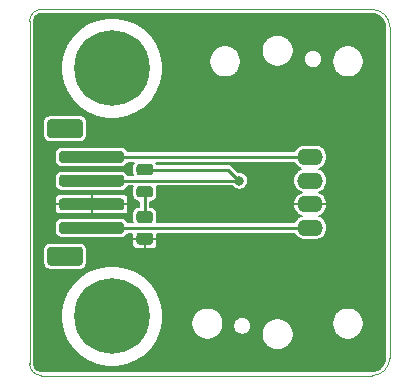
<source format=gbr>
G04 #@! TF.GenerationSoftware,KiCad,Pcbnew,5.1.9*
G04 #@! TF.CreationDate,2021-01-10T02:38:05+01:00*
G04 #@! TF.ProjectId,pressureSensorHolder,70726573-7375-4726-9553-656e736f7248,rev?*
G04 #@! TF.SameCoordinates,PX4dab598PY46b8d58*
G04 #@! TF.FileFunction,Copper,L2,Bot*
G04 #@! TF.FilePolarity,Positive*
%FSLAX46Y46*%
G04 Gerber Fmt 4.6, Leading zero omitted, Abs format (unit mm)*
G04 Created by KiCad (PCBNEW 5.1.9) date 2021-01-10 02:38:05*
%MOMM*%
%LPD*%
G01*
G04 APERTURE LIST*
G04 #@! TA.AperFunction,Profile*
%ADD10C,0.050000*%
G04 #@! TD*
G04 #@! TA.AperFunction,ComponentPad*
%ADD11O,2.200000X1.400000*%
G04 #@! TD*
G04 #@! TA.AperFunction,ComponentPad*
%ADD12C,0.800000*%
G04 #@! TD*
G04 #@! TA.AperFunction,ComponentPad*
%ADD13C,6.400000*%
G04 #@! TD*
G04 #@! TA.AperFunction,ViaPad*
%ADD14C,0.800000*%
G04 #@! TD*
G04 #@! TA.AperFunction,Conductor*
%ADD15C,0.254000*%
G04 #@! TD*
G04 #@! TA.AperFunction,Conductor*
%ADD16C,0.200000*%
G04 #@! TD*
G04 #@! TA.AperFunction,Conductor*
%ADD17C,0.100000*%
G04 #@! TD*
G04 APERTURE END LIST*
D10*
X47500000Y-25000000D02*
G75*
G02*
X46500000Y-24000000I0J1000000D01*
G01*
X46500000Y5000000D02*
G75*
G02*
X47500000Y6000000I1000000J0D01*
G01*
X77000000Y-23500000D02*
G75*
G02*
X75500000Y-25000000I-1500000J0D01*
G01*
X75500000Y6000000D02*
G75*
G02*
X77000000Y4500000I0J-1500000D01*
G01*
X77000000Y-23500000D02*
X77000000Y4500000D01*
X47500000Y-25000000D02*
X75500000Y-25000000D01*
X46500000Y5000000D02*
X46500000Y-24000000D01*
X75500000Y6000000D02*
X47500000Y6000000D01*
G04 #@! TA.AperFunction,SMDPad,CuDef*
G36*
G01*
X55799999Y-12900000D02*
X56700001Y-12900000D01*
G75*
G02*
X56950000Y-13149999I0J-249999D01*
G01*
X56950000Y-13675001D01*
G75*
G02*
X56700001Y-13925000I-249999J0D01*
G01*
X55799999Y-13925000D01*
G75*
G02*
X55550000Y-13675001I0J249999D01*
G01*
X55550000Y-13149999D01*
G75*
G02*
X55799999Y-12900000I249999J0D01*
G01*
G37*
G04 #@! TD.AperFunction*
G04 #@! TA.AperFunction,SMDPad,CuDef*
G36*
G01*
X55799999Y-11075000D02*
X56700001Y-11075000D01*
G75*
G02*
X56950000Y-11324999I0J-249999D01*
G01*
X56950000Y-11850001D01*
G75*
G02*
X56700001Y-12100000I-249999J0D01*
G01*
X55799999Y-12100000D01*
G75*
G02*
X55550000Y-11850001I0J249999D01*
G01*
X55550000Y-11324999D01*
G75*
G02*
X55799999Y-11075000I249999J0D01*
G01*
G37*
G04 #@! TD.AperFunction*
G04 #@! TA.AperFunction,SMDPad,CuDef*
G36*
G01*
X56706250Y-8050000D02*
X55793750Y-8050000D01*
G75*
G02*
X55550000Y-7806250I0J243750D01*
G01*
X55550000Y-7318750D01*
G75*
G02*
X55793750Y-7075000I243750J0D01*
G01*
X56706250Y-7075000D01*
G75*
G02*
X56950000Y-7318750I0J-243750D01*
G01*
X56950000Y-7806250D01*
G75*
G02*
X56706250Y-8050000I-243750J0D01*
G01*
G37*
G04 #@! TD.AperFunction*
G04 #@! TA.AperFunction,SMDPad,CuDef*
G36*
G01*
X56706250Y-9925000D02*
X55793750Y-9925000D01*
G75*
G02*
X55550000Y-9681250I0J243750D01*
G01*
X55550000Y-9193750D01*
G75*
G02*
X55793750Y-8950000I243750J0D01*
G01*
X56706250Y-8950000D01*
G75*
G02*
X56950000Y-9193750I0J-243750D01*
G01*
X56950000Y-9681250D01*
G75*
G02*
X56706250Y-9925000I-243750J0D01*
G01*
G37*
G04 #@! TD.AperFunction*
D11*
X70250000Y-6500000D03*
X70250000Y-8500000D03*
X70250000Y-10500000D03*
X70250000Y-12500000D03*
D12*
X55197056Y-18302944D03*
X53500000Y-17600000D03*
X51802944Y-18302944D03*
X51100000Y-20000000D03*
X51802944Y-21697056D03*
X53500000Y-22400000D03*
X55197056Y-21697056D03*
X55900000Y-20000000D03*
D13*
X53500000Y-20000000D03*
D12*
X55197056Y2697056D03*
X53500000Y3400000D03*
X51802944Y2697056D03*
X51100000Y1000000D03*
X51802944Y-697056D03*
X53500000Y-1400000D03*
X55197056Y-697056D03*
X55900000Y1000000D03*
D13*
X53500000Y1000000D03*
G04 #@! TA.AperFunction,SMDPad,CuDef*
G36*
G01*
X49250000Y-6000000D02*
X54250000Y-6000000D01*
G75*
G02*
X54500000Y-6250000I0J-250000D01*
G01*
X54500000Y-6750000D01*
G75*
G02*
X54250000Y-7000000I-250000J0D01*
G01*
X49250000Y-7000000D01*
G75*
G02*
X49000000Y-6750000I0J250000D01*
G01*
X49000000Y-6250000D01*
G75*
G02*
X49250000Y-6000000I250000J0D01*
G01*
G37*
G04 #@! TD.AperFunction*
G04 #@! TA.AperFunction,SMDPad,CuDef*
G36*
G01*
X49250000Y-8000000D02*
X54250000Y-8000000D01*
G75*
G02*
X54500000Y-8250000I0J-250000D01*
G01*
X54500000Y-8750000D01*
G75*
G02*
X54250000Y-9000000I-250000J0D01*
G01*
X49250000Y-9000000D01*
G75*
G02*
X49000000Y-8750000I0J250000D01*
G01*
X49000000Y-8250000D01*
G75*
G02*
X49250000Y-8000000I250000J0D01*
G01*
G37*
G04 #@! TD.AperFunction*
G04 #@! TA.AperFunction,SMDPad,CuDef*
G36*
G01*
X49250000Y-10000000D02*
X54250000Y-10000000D01*
G75*
G02*
X54500000Y-10250000I0J-250000D01*
G01*
X54500000Y-10750000D01*
G75*
G02*
X54250000Y-11000000I-250000J0D01*
G01*
X49250000Y-11000000D01*
G75*
G02*
X49000000Y-10750000I0J250000D01*
G01*
X49000000Y-10250000D01*
G75*
G02*
X49250000Y-10000000I250000J0D01*
G01*
G37*
G04 #@! TD.AperFunction*
G04 #@! TA.AperFunction,SMDPad,CuDef*
G36*
G01*
X49250000Y-12000000D02*
X54250000Y-12000000D01*
G75*
G02*
X54500000Y-12250000I0J-250000D01*
G01*
X54500000Y-12750000D01*
G75*
G02*
X54250000Y-13000000I-250000J0D01*
G01*
X49250000Y-13000000D01*
G75*
G02*
X49000000Y-12750000I0J250000D01*
G01*
X49000000Y-12250000D01*
G75*
G02*
X49250000Y-12000000I250000J0D01*
G01*
G37*
G04 #@! TD.AperFunction*
G04 #@! TA.AperFunction,SMDPad,CuDef*
G36*
G01*
X48250000Y-3300000D02*
X50750000Y-3300000D01*
G75*
G02*
X51000000Y-3550000I0J-250000D01*
G01*
X51000000Y-4650000D01*
G75*
G02*
X50750000Y-4900000I-250000J0D01*
G01*
X48250000Y-4900000D01*
G75*
G02*
X48000000Y-4650000I0J250000D01*
G01*
X48000000Y-3550000D01*
G75*
G02*
X48250000Y-3300000I250000J0D01*
G01*
G37*
G04 #@! TD.AperFunction*
G04 #@! TA.AperFunction,SMDPad,CuDef*
G36*
G01*
X48250000Y-14100000D02*
X50750000Y-14100000D01*
G75*
G02*
X51000000Y-14350000I0J-250000D01*
G01*
X51000000Y-15450000D01*
G75*
G02*
X50750000Y-15700000I-250000J0D01*
G01*
X48250000Y-15700000D01*
G75*
G02*
X48000000Y-15450000I0J250000D01*
G01*
X48000000Y-14350000D01*
G75*
G02*
X48250000Y-14100000I250000J0D01*
G01*
G37*
G04 #@! TD.AperFunction*
D14*
X64250000Y-8500000D03*
D15*
X70250000Y-12500000D02*
X53000000Y-12500000D01*
X70250000Y-6500000D02*
X53000000Y-6500000D01*
X64250000Y-8500000D02*
X53000000Y-8500000D01*
X63312500Y-7562500D02*
X64250000Y-8500000D01*
X56250000Y-7562500D02*
X63312500Y-7562500D01*
X56250000Y-9437500D02*
X56250000Y-11587500D01*
D16*
X75717189Y5596883D02*
X75926103Y5533808D01*
X76118789Y5431355D01*
X76287906Y5293426D01*
X76427011Y5125277D01*
X76530807Y4933312D01*
X76595340Y4724838D01*
X76620001Y4490200D01*
X76620000Y-23481420D01*
X76596883Y-23717188D01*
X76533808Y-23926104D01*
X76431355Y-24118789D01*
X76293426Y-24287906D01*
X76125277Y-24427011D01*
X75933312Y-24530807D01*
X75724838Y-24595340D01*
X75490209Y-24620000D01*
X47518581Y-24620000D01*
X47379929Y-24606405D01*
X47264432Y-24571534D01*
X47157906Y-24514894D01*
X47064410Y-24438641D01*
X46987507Y-24345680D01*
X46930125Y-24239553D01*
X46894448Y-24124300D01*
X46880000Y-23986839D01*
X46880000Y-19576487D01*
X49200000Y-19576487D01*
X49200000Y-20423513D01*
X49365246Y-21254264D01*
X49689389Y-22036814D01*
X50159972Y-22741090D01*
X50758910Y-23340028D01*
X51463186Y-23810611D01*
X52245736Y-24134754D01*
X53076487Y-24300000D01*
X53923513Y-24300000D01*
X54754264Y-24134754D01*
X55536814Y-23810611D01*
X56241090Y-23340028D01*
X56840028Y-22741090D01*
X57310611Y-22036814D01*
X57634754Y-21254264D01*
X57791440Y-20466544D01*
X60195000Y-20466544D01*
X60195000Y-20733456D01*
X60247072Y-20995239D01*
X60349215Y-21241833D01*
X60497503Y-21463762D01*
X60686238Y-21652497D01*
X60908167Y-21800785D01*
X61154761Y-21902928D01*
X61416544Y-21955000D01*
X61683456Y-21955000D01*
X61945239Y-21902928D01*
X62191833Y-21800785D01*
X62413762Y-21652497D01*
X62602497Y-21463762D01*
X62750785Y-21241833D01*
X62852928Y-20995239D01*
X62905000Y-20733456D01*
X62905000Y-20725639D01*
X63745000Y-20725639D01*
X63745000Y-20874361D01*
X63774014Y-21020225D01*
X63830928Y-21157627D01*
X63913553Y-21281284D01*
X64018716Y-21386447D01*
X64142373Y-21469072D01*
X64279775Y-21525986D01*
X64425639Y-21555000D01*
X64574361Y-21555000D01*
X64720225Y-21525986D01*
X64857627Y-21469072D01*
X64981284Y-21386447D01*
X65001187Y-21366544D01*
X66145000Y-21366544D01*
X66145000Y-21633456D01*
X66197072Y-21895239D01*
X66299215Y-22141833D01*
X66447503Y-22363762D01*
X66636238Y-22552497D01*
X66858167Y-22700785D01*
X67104761Y-22802928D01*
X67366544Y-22855000D01*
X67633456Y-22855000D01*
X67895239Y-22802928D01*
X68141833Y-22700785D01*
X68363762Y-22552497D01*
X68552497Y-22363762D01*
X68700785Y-22141833D01*
X68802928Y-21895239D01*
X68855000Y-21633456D01*
X68855000Y-21366544D01*
X68802928Y-21104761D01*
X68700785Y-20858167D01*
X68552497Y-20636238D01*
X68382803Y-20466544D01*
X72095000Y-20466544D01*
X72095000Y-20733456D01*
X72147072Y-20995239D01*
X72249215Y-21241833D01*
X72397503Y-21463762D01*
X72586238Y-21652497D01*
X72808167Y-21800785D01*
X73054761Y-21902928D01*
X73316544Y-21955000D01*
X73583456Y-21955000D01*
X73845239Y-21902928D01*
X74091833Y-21800785D01*
X74313762Y-21652497D01*
X74502497Y-21463762D01*
X74650785Y-21241833D01*
X74752928Y-20995239D01*
X74805000Y-20733456D01*
X74805000Y-20466544D01*
X74752928Y-20204761D01*
X74650785Y-19958167D01*
X74502497Y-19736238D01*
X74313762Y-19547503D01*
X74091833Y-19399215D01*
X73845239Y-19297072D01*
X73583456Y-19245000D01*
X73316544Y-19245000D01*
X73054761Y-19297072D01*
X72808167Y-19399215D01*
X72586238Y-19547503D01*
X72397503Y-19736238D01*
X72249215Y-19958167D01*
X72147072Y-20204761D01*
X72095000Y-20466544D01*
X68382803Y-20466544D01*
X68363762Y-20447503D01*
X68141833Y-20299215D01*
X67895239Y-20197072D01*
X67633456Y-20145000D01*
X67366544Y-20145000D01*
X67104761Y-20197072D01*
X66858167Y-20299215D01*
X66636238Y-20447503D01*
X66447503Y-20636238D01*
X66299215Y-20858167D01*
X66197072Y-21104761D01*
X66145000Y-21366544D01*
X65001187Y-21366544D01*
X65086447Y-21281284D01*
X65169072Y-21157627D01*
X65225986Y-21020225D01*
X65255000Y-20874361D01*
X65255000Y-20725639D01*
X65225986Y-20579775D01*
X65169072Y-20442373D01*
X65086447Y-20318716D01*
X64981284Y-20213553D01*
X64857627Y-20130928D01*
X64720225Y-20074014D01*
X64574361Y-20045000D01*
X64425639Y-20045000D01*
X64279775Y-20074014D01*
X64142373Y-20130928D01*
X64018716Y-20213553D01*
X63913553Y-20318716D01*
X63830928Y-20442373D01*
X63774014Y-20579775D01*
X63745000Y-20725639D01*
X62905000Y-20725639D01*
X62905000Y-20466544D01*
X62852928Y-20204761D01*
X62750785Y-19958167D01*
X62602497Y-19736238D01*
X62413762Y-19547503D01*
X62191833Y-19399215D01*
X61945239Y-19297072D01*
X61683456Y-19245000D01*
X61416544Y-19245000D01*
X61154761Y-19297072D01*
X60908167Y-19399215D01*
X60686238Y-19547503D01*
X60497503Y-19736238D01*
X60349215Y-19958167D01*
X60247072Y-20204761D01*
X60195000Y-20466544D01*
X57791440Y-20466544D01*
X57800000Y-20423513D01*
X57800000Y-19576487D01*
X57634754Y-18745736D01*
X57310611Y-17963186D01*
X56840028Y-17258910D01*
X56241090Y-16659972D01*
X55536814Y-16189389D01*
X54754264Y-15865246D01*
X53923513Y-15700000D01*
X53076487Y-15700000D01*
X52245736Y-15865246D01*
X51463186Y-16189389D01*
X50758910Y-16659972D01*
X50159972Y-17258910D01*
X49689389Y-17963186D01*
X49365246Y-18745736D01*
X49200000Y-19576487D01*
X46880000Y-19576487D01*
X46880000Y-14350000D01*
X47643283Y-14350000D01*
X47643283Y-15450000D01*
X47654941Y-15568365D01*
X47689467Y-15682181D01*
X47745533Y-15787074D01*
X47820986Y-15879014D01*
X47912926Y-15954467D01*
X48017819Y-16010533D01*
X48131635Y-16045059D01*
X48250000Y-16056717D01*
X50750000Y-16056717D01*
X50868365Y-16045059D01*
X50982181Y-16010533D01*
X51087074Y-15954467D01*
X51179014Y-15879014D01*
X51254467Y-15787074D01*
X51310533Y-15682181D01*
X51345059Y-15568365D01*
X51356717Y-15450000D01*
X51356717Y-14350000D01*
X51345059Y-14231635D01*
X51310533Y-14117819D01*
X51254467Y-14012926D01*
X51182309Y-13925000D01*
X55193282Y-13925000D01*
X55200136Y-13994592D01*
X55220436Y-14061510D01*
X55253400Y-14123182D01*
X55297762Y-14177238D01*
X55351818Y-14221600D01*
X55413490Y-14254564D01*
X55480408Y-14274864D01*
X55550000Y-14281718D01*
X56156250Y-14280000D01*
X56245000Y-14191250D01*
X56245000Y-13417500D01*
X56255000Y-13417500D01*
X56255000Y-14191250D01*
X56343750Y-14280000D01*
X56950000Y-14281718D01*
X57019592Y-14274864D01*
X57086510Y-14254564D01*
X57148182Y-14221600D01*
X57202238Y-14177238D01*
X57246600Y-14123182D01*
X57279564Y-14061510D01*
X57299864Y-13994592D01*
X57306718Y-13925000D01*
X57305000Y-13506250D01*
X57216250Y-13417500D01*
X56255000Y-13417500D01*
X56245000Y-13417500D01*
X55283750Y-13417500D01*
X55195000Y-13506250D01*
X55193282Y-13925000D01*
X51182309Y-13925000D01*
X51179014Y-13920986D01*
X51087074Y-13845533D01*
X50982181Y-13789467D01*
X50868365Y-13754941D01*
X50750000Y-13743283D01*
X48250000Y-13743283D01*
X48131635Y-13754941D01*
X48017819Y-13789467D01*
X47912926Y-13845533D01*
X47820986Y-13920986D01*
X47745533Y-14012926D01*
X47689467Y-14117819D01*
X47654941Y-14231635D01*
X47643283Y-14350000D01*
X46880000Y-14350000D01*
X46880000Y-11000000D01*
X48643282Y-11000000D01*
X48650136Y-11069592D01*
X48670436Y-11136510D01*
X48703400Y-11198182D01*
X48747762Y-11252238D01*
X48801818Y-11296600D01*
X48863490Y-11329564D01*
X48930408Y-11349864D01*
X49000000Y-11356718D01*
X51656250Y-11355000D01*
X51745000Y-11266250D01*
X51745000Y-10505000D01*
X51755000Y-10505000D01*
X51755000Y-11266250D01*
X51843750Y-11355000D01*
X54500000Y-11356718D01*
X54569592Y-11349864D01*
X54636510Y-11329564D01*
X54698182Y-11296600D01*
X54752238Y-11252238D01*
X54796600Y-11198182D01*
X54829564Y-11136510D01*
X54849864Y-11069592D01*
X54856718Y-11000000D01*
X54855000Y-10593750D01*
X54766250Y-10505000D01*
X51755000Y-10505000D01*
X51745000Y-10505000D01*
X48733750Y-10505000D01*
X48645000Y-10593750D01*
X48643282Y-11000000D01*
X46880000Y-11000000D01*
X46880000Y-10000000D01*
X48643282Y-10000000D01*
X48645000Y-10406250D01*
X48733750Y-10495000D01*
X51745000Y-10495000D01*
X51745000Y-9733750D01*
X51755000Y-9733750D01*
X51755000Y-10495000D01*
X54766250Y-10495000D01*
X54855000Y-10406250D01*
X54856718Y-10000000D01*
X54849864Y-9930408D01*
X54829564Y-9863490D01*
X54796600Y-9801818D01*
X54752238Y-9747762D01*
X54698182Y-9703400D01*
X54636510Y-9670436D01*
X54569592Y-9650136D01*
X54500000Y-9643282D01*
X51843750Y-9645000D01*
X51755000Y-9733750D01*
X51745000Y-9733750D01*
X51656250Y-9645000D01*
X49000000Y-9643282D01*
X48930408Y-9650136D01*
X48863490Y-9670436D01*
X48801818Y-9703400D01*
X48747762Y-9747762D01*
X48703400Y-9801818D01*
X48670436Y-9863490D01*
X48650136Y-9930408D01*
X48643282Y-10000000D01*
X46880000Y-10000000D01*
X46880000Y-6250000D01*
X48643283Y-6250000D01*
X48643283Y-6750000D01*
X48654941Y-6868365D01*
X48689467Y-6982181D01*
X48745533Y-7087074D01*
X48820986Y-7179014D01*
X48912926Y-7254467D01*
X49017819Y-7310533D01*
X49131635Y-7345059D01*
X49250000Y-7356717D01*
X54250000Y-7356717D01*
X54368365Y-7345059D01*
X54482181Y-7310533D01*
X54587074Y-7254467D01*
X54679014Y-7179014D01*
X54754467Y-7087074D01*
X54810533Y-6982181D01*
X54810588Y-6982000D01*
X55297064Y-6982000D01*
X55294480Y-6985148D01*
X55238991Y-7088961D01*
X55204821Y-7201605D01*
X55193283Y-7318750D01*
X55193283Y-7806250D01*
X55204821Y-7923395D01*
X55233519Y-8018000D01*
X54810588Y-8018000D01*
X54810533Y-8017819D01*
X54754467Y-7912926D01*
X54679014Y-7820986D01*
X54587074Y-7745533D01*
X54482181Y-7689467D01*
X54368365Y-7654941D01*
X54250000Y-7643283D01*
X49250000Y-7643283D01*
X49131635Y-7654941D01*
X49017819Y-7689467D01*
X48912926Y-7745533D01*
X48820986Y-7820986D01*
X48745533Y-7912926D01*
X48689467Y-8017819D01*
X48654941Y-8131635D01*
X48643283Y-8250000D01*
X48643283Y-8750000D01*
X48654941Y-8868365D01*
X48689467Y-8982181D01*
X48745533Y-9087074D01*
X48820986Y-9179014D01*
X48912926Y-9254467D01*
X49017819Y-9310533D01*
X49131635Y-9345059D01*
X49250000Y-9356717D01*
X54250000Y-9356717D01*
X54368365Y-9345059D01*
X54482181Y-9310533D01*
X54587074Y-9254467D01*
X54679014Y-9179014D01*
X54754467Y-9087074D01*
X54810533Y-8982181D01*
X54810588Y-8982000D01*
X55233519Y-8982000D01*
X55204821Y-9076605D01*
X55193283Y-9193750D01*
X55193283Y-9681250D01*
X55204821Y-9798395D01*
X55238991Y-9911039D01*
X55294480Y-10014852D01*
X55369156Y-10105844D01*
X55460148Y-10180520D01*
X55563961Y-10236009D01*
X55676605Y-10270179D01*
X55768000Y-10279181D01*
X55768001Y-10721435D01*
X55681635Y-10729941D01*
X55567819Y-10764467D01*
X55462926Y-10820533D01*
X55370986Y-10895986D01*
X55295533Y-10987926D01*
X55239467Y-11092819D01*
X55204941Y-11206635D01*
X55193283Y-11324999D01*
X55193283Y-11850001D01*
X55204941Y-11968365D01*
X55219998Y-12018000D01*
X54810588Y-12018000D01*
X54810533Y-12017819D01*
X54754467Y-11912926D01*
X54679014Y-11820986D01*
X54587074Y-11745533D01*
X54482181Y-11689467D01*
X54368365Y-11654941D01*
X54250000Y-11643283D01*
X49250000Y-11643283D01*
X49131635Y-11654941D01*
X49017819Y-11689467D01*
X48912926Y-11745533D01*
X48820986Y-11820986D01*
X48745533Y-11912926D01*
X48689467Y-12017819D01*
X48654941Y-12131635D01*
X48643283Y-12250000D01*
X48643283Y-12750000D01*
X48654941Y-12868365D01*
X48689467Y-12982181D01*
X48745533Y-13087074D01*
X48820986Y-13179014D01*
X48912926Y-13254467D01*
X49017819Y-13310533D01*
X49131635Y-13345059D01*
X49250000Y-13356717D01*
X54250000Y-13356717D01*
X54368365Y-13345059D01*
X54482181Y-13310533D01*
X54587074Y-13254467D01*
X54679014Y-13179014D01*
X54754467Y-13087074D01*
X54810533Y-12982181D01*
X54810588Y-12982000D01*
X55193618Y-12982000D01*
X55195000Y-13318750D01*
X55283750Y-13407500D01*
X56245000Y-13407500D01*
X56245000Y-13387500D01*
X56255000Y-13387500D01*
X56255000Y-13407500D01*
X57216250Y-13407500D01*
X57305000Y-13318750D01*
X57306382Y-12982000D01*
X68911384Y-12982000D01*
X68968556Y-13088962D01*
X69100393Y-13249607D01*
X69261038Y-13381444D01*
X69444316Y-13479408D01*
X69643184Y-13539734D01*
X69798179Y-13555000D01*
X70701821Y-13555000D01*
X70856816Y-13539734D01*
X71055684Y-13479408D01*
X71238962Y-13381444D01*
X71399607Y-13249607D01*
X71531444Y-13088962D01*
X71629408Y-12905684D01*
X71689734Y-12706816D01*
X71710104Y-12500000D01*
X71689734Y-12293184D01*
X71629408Y-12094316D01*
X71531444Y-11911038D01*
X71399607Y-11750393D01*
X71238962Y-11618556D01*
X71055684Y-11520592D01*
X70978888Y-11497296D01*
X71058350Y-11472780D01*
X71240284Y-11374423D01*
X71399533Y-11242463D01*
X71529978Y-11081970D01*
X71626606Y-10899112D01*
X71685704Y-10700917D01*
X71691217Y-10669975D01*
X71616237Y-10505000D01*
X70255000Y-10505000D01*
X70255000Y-10525000D01*
X70245000Y-10525000D01*
X70245000Y-10505000D01*
X68883763Y-10505000D01*
X68808783Y-10669975D01*
X68814296Y-10700917D01*
X68873394Y-10899112D01*
X68970022Y-11081970D01*
X69100467Y-11242463D01*
X69259716Y-11374423D01*
X69441650Y-11472780D01*
X69521112Y-11497296D01*
X69444316Y-11520592D01*
X69261038Y-11618556D01*
X69100393Y-11750393D01*
X68968556Y-11911038D01*
X68911384Y-12018000D01*
X57280002Y-12018000D01*
X57295059Y-11968365D01*
X57306717Y-11850001D01*
X57306717Y-11324999D01*
X57295059Y-11206635D01*
X57260533Y-11092819D01*
X57204467Y-10987926D01*
X57129014Y-10895986D01*
X57037074Y-10820533D01*
X56932181Y-10764467D01*
X56818365Y-10729941D01*
X56732000Y-10721435D01*
X56732000Y-10279181D01*
X56823395Y-10270179D01*
X56936039Y-10236009D01*
X57039852Y-10180520D01*
X57130844Y-10105844D01*
X57205520Y-10014852D01*
X57261009Y-9911039D01*
X57295179Y-9798395D01*
X57306717Y-9681250D01*
X57306717Y-9193750D01*
X57295179Y-9076605D01*
X57266481Y-8982000D01*
X63664269Y-8982000D01*
X63768716Y-9086447D01*
X63892373Y-9169072D01*
X64029775Y-9225986D01*
X64175639Y-9255000D01*
X64324361Y-9255000D01*
X64470225Y-9225986D01*
X64607627Y-9169072D01*
X64731284Y-9086447D01*
X64836447Y-8981284D01*
X64919072Y-8857627D01*
X64975986Y-8720225D01*
X65005000Y-8574361D01*
X65005000Y-8425639D01*
X64975986Y-8279775D01*
X64919072Y-8142373D01*
X64836447Y-8018716D01*
X64731284Y-7913553D01*
X64607627Y-7830928D01*
X64470225Y-7774014D01*
X64324361Y-7745000D01*
X64176651Y-7745000D01*
X63670068Y-7238418D01*
X63654974Y-7220026D01*
X63605001Y-7179014D01*
X63581581Y-7159793D01*
X63539713Y-7137415D01*
X63497846Y-7115036D01*
X63406988Y-7087474D01*
X63336178Y-7080500D01*
X63336168Y-7080500D01*
X63312500Y-7078169D01*
X63288832Y-7080500D01*
X57256487Y-7080500D01*
X57205520Y-6985148D01*
X57202936Y-6982000D01*
X68911384Y-6982000D01*
X68968556Y-7088962D01*
X69100393Y-7249607D01*
X69261038Y-7381444D01*
X69444316Y-7479408D01*
X69512199Y-7500000D01*
X69444316Y-7520592D01*
X69261038Y-7618556D01*
X69100393Y-7750393D01*
X68968556Y-7911038D01*
X68870592Y-8094316D01*
X68810266Y-8293184D01*
X68789896Y-8500000D01*
X68810266Y-8706816D01*
X68870592Y-8905684D01*
X68968556Y-9088962D01*
X69100393Y-9249607D01*
X69261038Y-9381444D01*
X69444316Y-9479408D01*
X69521112Y-9502704D01*
X69441650Y-9527220D01*
X69259716Y-9625577D01*
X69100467Y-9757537D01*
X68970022Y-9918030D01*
X68873394Y-10100888D01*
X68814296Y-10299083D01*
X68808783Y-10330025D01*
X68883763Y-10495000D01*
X70245000Y-10495000D01*
X70245000Y-10475000D01*
X70255000Y-10475000D01*
X70255000Y-10495000D01*
X71616237Y-10495000D01*
X71691217Y-10330025D01*
X71685704Y-10299083D01*
X71626606Y-10100888D01*
X71529978Y-9918030D01*
X71399533Y-9757537D01*
X71240284Y-9625577D01*
X71058350Y-9527220D01*
X70978888Y-9502704D01*
X71055684Y-9479408D01*
X71238962Y-9381444D01*
X71399607Y-9249607D01*
X71531444Y-9088962D01*
X71629408Y-8905684D01*
X71689734Y-8706816D01*
X71710104Y-8500000D01*
X71689734Y-8293184D01*
X71629408Y-8094316D01*
X71531444Y-7911038D01*
X71399607Y-7750393D01*
X71238962Y-7618556D01*
X71055684Y-7520592D01*
X70987801Y-7500000D01*
X71055684Y-7479408D01*
X71238962Y-7381444D01*
X71399607Y-7249607D01*
X71531444Y-7088962D01*
X71629408Y-6905684D01*
X71689734Y-6706816D01*
X71710104Y-6500000D01*
X71689734Y-6293184D01*
X71629408Y-6094316D01*
X71531444Y-5911038D01*
X71399607Y-5750393D01*
X71238962Y-5618556D01*
X71055684Y-5520592D01*
X70856816Y-5460266D01*
X70701821Y-5445000D01*
X69798179Y-5445000D01*
X69643184Y-5460266D01*
X69444316Y-5520592D01*
X69261038Y-5618556D01*
X69100393Y-5750393D01*
X68968556Y-5911038D01*
X68911384Y-6018000D01*
X54810588Y-6018000D01*
X54810533Y-6017819D01*
X54754467Y-5912926D01*
X54679014Y-5820986D01*
X54587074Y-5745533D01*
X54482181Y-5689467D01*
X54368365Y-5654941D01*
X54250000Y-5643283D01*
X49250000Y-5643283D01*
X49131635Y-5654941D01*
X49017819Y-5689467D01*
X48912926Y-5745533D01*
X48820986Y-5820986D01*
X48745533Y-5912926D01*
X48689467Y-6017819D01*
X48654941Y-6131635D01*
X48643283Y-6250000D01*
X46880000Y-6250000D01*
X46880000Y-3550000D01*
X47643283Y-3550000D01*
X47643283Y-4650000D01*
X47654941Y-4768365D01*
X47689467Y-4882181D01*
X47745533Y-4987074D01*
X47820986Y-5079014D01*
X47912926Y-5154467D01*
X48017819Y-5210533D01*
X48131635Y-5245059D01*
X48250000Y-5256717D01*
X50750000Y-5256717D01*
X50868365Y-5245059D01*
X50982181Y-5210533D01*
X51087074Y-5154467D01*
X51179014Y-5079014D01*
X51254467Y-4987074D01*
X51310533Y-4882181D01*
X51345059Y-4768365D01*
X51356717Y-4650000D01*
X51356717Y-3550000D01*
X51345059Y-3431635D01*
X51310533Y-3317819D01*
X51254467Y-3212926D01*
X51179014Y-3120986D01*
X51087074Y-3045533D01*
X50982181Y-2989467D01*
X50868365Y-2954941D01*
X50750000Y-2943283D01*
X48250000Y-2943283D01*
X48131635Y-2954941D01*
X48017819Y-2989467D01*
X47912926Y-3045533D01*
X47820986Y-3120986D01*
X47745533Y-3212926D01*
X47689467Y-3317819D01*
X47654941Y-3431635D01*
X47643283Y-3550000D01*
X46880000Y-3550000D01*
X46880000Y1423513D01*
X49200000Y1423513D01*
X49200000Y576487D01*
X49365246Y-254264D01*
X49689389Y-1036814D01*
X50159972Y-1741090D01*
X50758910Y-2340028D01*
X51463186Y-2810611D01*
X52245736Y-3134754D01*
X53076487Y-3300000D01*
X53923513Y-3300000D01*
X54754264Y-3134754D01*
X55536814Y-2810611D01*
X56241090Y-2340028D01*
X56840028Y-1741090D01*
X57310611Y-1036814D01*
X57634754Y-254264D01*
X57800000Y576487D01*
X57800000Y1423513D01*
X57738349Y1733456D01*
X61695000Y1733456D01*
X61695000Y1466544D01*
X61747072Y1204761D01*
X61849215Y958167D01*
X61997503Y736238D01*
X62186238Y547503D01*
X62408167Y399215D01*
X62654761Y297072D01*
X62916544Y245000D01*
X63183456Y245000D01*
X63445239Y297072D01*
X63691833Y399215D01*
X63913762Y547503D01*
X64102497Y736238D01*
X64250785Y958167D01*
X64352928Y1204761D01*
X64405000Y1466544D01*
X64405000Y1733456D01*
X64352928Y1995239D01*
X64250785Y2241833D01*
X64102497Y2463762D01*
X63932803Y2633456D01*
X66145000Y2633456D01*
X66145000Y2366544D01*
X66197072Y2104761D01*
X66299215Y1858167D01*
X66447503Y1636238D01*
X66636238Y1447503D01*
X66858167Y1299215D01*
X67104761Y1197072D01*
X67366544Y1145000D01*
X67633456Y1145000D01*
X67895239Y1197072D01*
X68141833Y1299215D01*
X68363762Y1447503D01*
X68552497Y1636238D01*
X68700785Y1858167D01*
X68707492Y1874361D01*
X69745000Y1874361D01*
X69745000Y1725639D01*
X69774014Y1579775D01*
X69830928Y1442373D01*
X69913553Y1318716D01*
X70018716Y1213553D01*
X70142373Y1130928D01*
X70279775Y1074014D01*
X70425639Y1045000D01*
X70574361Y1045000D01*
X70720225Y1074014D01*
X70857627Y1130928D01*
X70981284Y1213553D01*
X71086447Y1318716D01*
X71169072Y1442373D01*
X71225986Y1579775D01*
X71255000Y1725639D01*
X71255000Y1733456D01*
X72095000Y1733456D01*
X72095000Y1466544D01*
X72147072Y1204761D01*
X72249215Y958167D01*
X72397503Y736238D01*
X72586238Y547503D01*
X72808167Y399215D01*
X73054761Y297072D01*
X73316544Y245000D01*
X73583456Y245000D01*
X73845239Y297072D01*
X74091833Y399215D01*
X74313762Y547503D01*
X74502497Y736238D01*
X74650785Y958167D01*
X74752928Y1204761D01*
X74805000Y1466544D01*
X74805000Y1733456D01*
X74752928Y1995239D01*
X74650785Y2241833D01*
X74502497Y2463762D01*
X74313762Y2652497D01*
X74091833Y2800785D01*
X73845239Y2902928D01*
X73583456Y2955000D01*
X73316544Y2955000D01*
X73054761Y2902928D01*
X72808167Y2800785D01*
X72586238Y2652497D01*
X72397503Y2463762D01*
X72249215Y2241833D01*
X72147072Y1995239D01*
X72095000Y1733456D01*
X71255000Y1733456D01*
X71255000Y1874361D01*
X71225986Y2020225D01*
X71169072Y2157627D01*
X71086447Y2281284D01*
X70981284Y2386447D01*
X70857627Y2469072D01*
X70720225Y2525986D01*
X70574361Y2555000D01*
X70425639Y2555000D01*
X70279775Y2525986D01*
X70142373Y2469072D01*
X70018716Y2386447D01*
X69913553Y2281284D01*
X69830928Y2157627D01*
X69774014Y2020225D01*
X69745000Y1874361D01*
X68707492Y1874361D01*
X68802928Y2104761D01*
X68855000Y2366544D01*
X68855000Y2633456D01*
X68802928Y2895239D01*
X68700785Y3141833D01*
X68552497Y3363762D01*
X68363762Y3552497D01*
X68141833Y3700785D01*
X67895239Y3802928D01*
X67633456Y3855000D01*
X67366544Y3855000D01*
X67104761Y3802928D01*
X66858167Y3700785D01*
X66636238Y3552497D01*
X66447503Y3363762D01*
X66299215Y3141833D01*
X66197072Y2895239D01*
X66145000Y2633456D01*
X63932803Y2633456D01*
X63913762Y2652497D01*
X63691833Y2800785D01*
X63445239Y2902928D01*
X63183456Y2955000D01*
X62916544Y2955000D01*
X62654761Y2902928D01*
X62408167Y2800785D01*
X62186238Y2652497D01*
X61997503Y2463762D01*
X61849215Y2241833D01*
X61747072Y1995239D01*
X61695000Y1733456D01*
X57738349Y1733456D01*
X57634754Y2254264D01*
X57310611Y3036814D01*
X56840028Y3741090D01*
X56241090Y4340028D01*
X55536814Y4810611D01*
X54754264Y5134754D01*
X53923513Y5300000D01*
X53076487Y5300000D01*
X52245736Y5134754D01*
X51463186Y4810611D01*
X50758910Y4340028D01*
X50159972Y3741090D01*
X49689389Y3036814D01*
X49365246Y2254264D01*
X49200000Y1423513D01*
X46880000Y1423513D01*
X46880000Y4981418D01*
X46893595Y5120070D01*
X46928468Y5235572D01*
X46985106Y5342094D01*
X47061358Y5435588D01*
X47154318Y5512492D01*
X47260445Y5569874D01*
X47375700Y5605552D01*
X47513161Y5620000D01*
X75481420Y5620000D01*
X75717189Y5596883D01*
G04 #@! TA.AperFunction,Conductor*
D17*
G36*
X75717189Y5596883D02*
G01*
X75926103Y5533808D01*
X76118789Y5431355D01*
X76287906Y5293426D01*
X76427011Y5125277D01*
X76530807Y4933312D01*
X76595340Y4724838D01*
X76620001Y4490200D01*
X76620000Y-23481420D01*
X76596883Y-23717188D01*
X76533808Y-23926104D01*
X76431355Y-24118789D01*
X76293426Y-24287906D01*
X76125277Y-24427011D01*
X75933312Y-24530807D01*
X75724838Y-24595340D01*
X75490209Y-24620000D01*
X47518581Y-24620000D01*
X47379929Y-24606405D01*
X47264432Y-24571534D01*
X47157906Y-24514894D01*
X47064410Y-24438641D01*
X46987507Y-24345680D01*
X46930125Y-24239553D01*
X46894448Y-24124300D01*
X46880000Y-23986839D01*
X46880000Y-19576487D01*
X49200000Y-19576487D01*
X49200000Y-20423513D01*
X49365246Y-21254264D01*
X49689389Y-22036814D01*
X50159972Y-22741090D01*
X50758910Y-23340028D01*
X51463186Y-23810611D01*
X52245736Y-24134754D01*
X53076487Y-24300000D01*
X53923513Y-24300000D01*
X54754264Y-24134754D01*
X55536814Y-23810611D01*
X56241090Y-23340028D01*
X56840028Y-22741090D01*
X57310611Y-22036814D01*
X57634754Y-21254264D01*
X57791440Y-20466544D01*
X60195000Y-20466544D01*
X60195000Y-20733456D01*
X60247072Y-20995239D01*
X60349215Y-21241833D01*
X60497503Y-21463762D01*
X60686238Y-21652497D01*
X60908167Y-21800785D01*
X61154761Y-21902928D01*
X61416544Y-21955000D01*
X61683456Y-21955000D01*
X61945239Y-21902928D01*
X62191833Y-21800785D01*
X62413762Y-21652497D01*
X62602497Y-21463762D01*
X62750785Y-21241833D01*
X62852928Y-20995239D01*
X62905000Y-20733456D01*
X62905000Y-20725639D01*
X63745000Y-20725639D01*
X63745000Y-20874361D01*
X63774014Y-21020225D01*
X63830928Y-21157627D01*
X63913553Y-21281284D01*
X64018716Y-21386447D01*
X64142373Y-21469072D01*
X64279775Y-21525986D01*
X64425639Y-21555000D01*
X64574361Y-21555000D01*
X64720225Y-21525986D01*
X64857627Y-21469072D01*
X64981284Y-21386447D01*
X65001187Y-21366544D01*
X66145000Y-21366544D01*
X66145000Y-21633456D01*
X66197072Y-21895239D01*
X66299215Y-22141833D01*
X66447503Y-22363762D01*
X66636238Y-22552497D01*
X66858167Y-22700785D01*
X67104761Y-22802928D01*
X67366544Y-22855000D01*
X67633456Y-22855000D01*
X67895239Y-22802928D01*
X68141833Y-22700785D01*
X68363762Y-22552497D01*
X68552497Y-22363762D01*
X68700785Y-22141833D01*
X68802928Y-21895239D01*
X68855000Y-21633456D01*
X68855000Y-21366544D01*
X68802928Y-21104761D01*
X68700785Y-20858167D01*
X68552497Y-20636238D01*
X68382803Y-20466544D01*
X72095000Y-20466544D01*
X72095000Y-20733456D01*
X72147072Y-20995239D01*
X72249215Y-21241833D01*
X72397503Y-21463762D01*
X72586238Y-21652497D01*
X72808167Y-21800785D01*
X73054761Y-21902928D01*
X73316544Y-21955000D01*
X73583456Y-21955000D01*
X73845239Y-21902928D01*
X74091833Y-21800785D01*
X74313762Y-21652497D01*
X74502497Y-21463762D01*
X74650785Y-21241833D01*
X74752928Y-20995239D01*
X74805000Y-20733456D01*
X74805000Y-20466544D01*
X74752928Y-20204761D01*
X74650785Y-19958167D01*
X74502497Y-19736238D01*
X74313762Y-19547503D01*
X74091833Y-19399215D01*
X73845239Y-19297072D01*
X73583456Y-19245000D01*
X73316544Y-19245000D01*
X73054761Y-19297072D01*
X72808167Y-19399215D01*
X72586238Y-19547503D01*
X72397503Y-19736238D01*
X72249215Y-19958167D01*
X72147072Y-20204761D01*
X72095000Y-20466544D01*
X68382803Y-20466544D01*
X68363762Y-20447503D01*
X68141833Y-20299215D01*
X67895239Y-20197072D01*
X67633456Y-20145000D01*
X67366544Y-20145000D01*
X67104761Y-20197072D01*
X66858167Y-20299215D01*
X66636238Y-20447503D01*
X66447503Y-20636238D01*
X66299215Y-20858167D01*
X66197072Y-21104761D01*
X66145000Y-21366544D01*
X65001187Y-21366544D01*
X65086447Y-21281284D01*
X65169072Y-21157627D01*
X65225986Y-21020225D01*
X65255000Y-20874361D01*
X65255000Y-20725639D01*
X65225986Y-20579775D01*
X65169072Y-20442373D01*
X65086447Y-20318716D01*
X64981284Y-20213553D01*
X64857627Y-20130928D01*
X64720225Y-20074014D01*
X64574361Y-20045000D01*
X64425639Y-20045000D01*
X64279775Y-20074014D01*
X64142373Y-20130928D01*
X64018716Y-20213553D01*
X63913553Y-20318716D01*
X63830928Y-20442373D01*
X63774014Y-20579775D01*
X63745000Y-20725639D01*
X62905000Y-20725639D01*
X62905000Y-20466544D01*
X62852928Y-20204761D01*
X62750785Y-19958167D01*
X62602497Y-19736238D01*
X62413762Y-19547503D01*
X62191833Y-19399215D01*
X61945239Y-19297072D01*
X61683456Y-19245000D01*
X61416544Y-19245000D01*
X61154761Y-19297072D01*
X60908167Y-19399215D01*
X60686238Y-19547503D01*
X60497503Y-19736238D01*
X60349215Y-19958167D01*
X60247072Y-20204761D01*
X60195000Y-20466544D01*
X57791440Y-20466544D01*
X57800000Y-20423513D01*
X57800000Y-19576487D01*
X57634754Y-18745736D01*
X57310611Y-17963186D01*
X56840028Y-17258910D01*
X56241090Y-16659972D01*
X55536814Y-16189389D01*
X54754264Y-15865246D01*
X53923513Y-15700000D01*
X53076487Y-15700000D01*
X52245736Y-15865246D01*
X51463186Y-16189389D01*
X50758910Y-16659972D01*
X50159972Y-17258910D01*
X49689389Y-17963186D01*
X49365246Y-18745736D01*
X49200000Y-19576487D01*
X46880000Y-19576487D01*
X46880000Y-14350000D01*
X47643283Y-14350000D01*
X47643283Y-15450000D01*
X47654941Y-15568365D01*
X47689467Y-15682181D01*
X47745533Y-15787074D01*
X47820986Y-15879014D01*
X47912926Y-15954467D01*
X48017819Y-16010533D01*
X48131635Y-16045059D01*
X48250000Y-16056717D01*
X50750000Y-16056717D01*
X50868365Y-16045059D01*
X50982181Y-16010533D01*
X51087074Y-15954467D01*
X51179014Y-15879014D01*
X51254467Y-15787074D01*
X51310533Y-15682181D01*
X51345059Y-15568365D01*
X51356717Y-15450000D01*
X51356717Y-14350000D01*
X51345059Y-14231635D01*
X51310533Y-14117819D01*
X51254467Y-14012926D01*
X51182309Y-13925000D01*
X55193282Y-13925000D01*
X55200136Y-13994592D01*
X55220436Y-14061510D01*
X55253400Y-14123182D01*
X55297762Y-14177238D01*
X55351818Y-14221600D01*
X55413490Y-14254564D01*
X55480408Y-14274864D01*
X55550000Y-14281718D01*
X56156250Y-14280000D01*
X56245000Y-14191250D01*
X56245000Y-13417500D01*
X56255000Y-13417500D01*
X56255000Y-14191250D01*
X56343750Y-14280000D01*
X56950000Y-14281718D01*
X57019592Y-14274864D01*
X57086510Y-14254564D01*
X57148182Y-14221600D01*
X57202238Y-14177238D01*
X57246600Y-14123182D01*
X57279564Y-14061510D01*
X57299864Y-13994592D01*
X57306718Y-13925000D01*
X57305000Y-13506250D01*
X57216250Y-13417500D01*
X56255000Y-13417500D01*
X56245000Y-13417500D01*
X55283750Y-13417500D01*
X55195000Y-13506250D01*
X55193282Y-13925000D01*
X51182309Y-13925000D01*
X51179014Y-13920986D01*
X51087074Y-13845533D01*
X50982181Y-13789467D01*
X50868365Y-13754941D01*
X50750000Y-13743283D01*
X48250000Y-13743283D01*
X48131635Y-13754941D01*
X48017819Y-13789467D01*
X47912926Y-13845533D01*
X47820986Y-13920986D01*
X47745533Y-14012926D01*
X47689467Y-14117819D01*
X47654941Y-14231635D01*
X47643283Y-14350000D01*
X46880000Y-14350000D01*
X46880000Y-11000000D01*
X48643282Y-11000000D01*
X48650136Y-11069592D01*
X48670436Y-11136510D01*
X48703400Y-11198182D01*
X48747762Y-11252238D01*
X48801818Y-11296600D01*
X48863490Y-11329564D01*
X48930408Y-11349864D01*
X49000000Y-11356718D01*
X51656250Y-11355000D01*
X51745000Y-11266250D01*
X51745000Y-10505000D01*
X51755000Y-10505000D01*
X51755000Y-11266250D01*
X51843750Y-11355000D01*
X54500000Y-11356718D01*
X54569592Y-11349864D01*
X54636510Y-11329564D01*
X54698182Y-11296600D01*
X54752238Y-11252238D01*
X54796600Y-11198182D01*
X54829564Y-11136510D01*
X54849864Y-11069592D01*
X54856718Y-11000000D01*
X54855000Y-10593750D01*
X54766250Y-10505000D01*
X51755000Y-10505000D01*
X51745000Y-10505000D01*
X48733750Y-10505000D01*
X48645000Y-10593750D01*
X48643282Y-11000000D01*
X46880000Y-11000000D01*
X46880000Y-10000000D01*
X48643282Y-10000000D01*
X48645000Y-10406250D01*
X48733750Y-10495000D01*
X51745000Y-10495000D01*
X51745000Y-9733750D01*
X51755000Y-9733750D01*
X51755000Y-10495000D01*
X54766250Y-10495000D01*
X54855000Y-10406250D01*
X54856718Y-10000000D01*
X54849864Y-9930408D01*
X54829564Y-9863490D01*
X54796600Y-9801818D01*
X54752238Y-9747762D01*
X54698182Y-9703400D01*
X54636510Y-9670436D01*
X54569592Y-9650136D01*
X54500000Y-9643282D01*
X51843750Y-9645000D01*
X51755000Y-9733750D01*
X51745000Y-9733750D01*
X51656250Y-9645000D01*
X49000000Y-9643282D01*
X48930408Y-9650136D01*
X48863490Y-9670436D01*
X48801818Y-9703400D01*
X48747762Y-9747762D01*
X48703400Y-9801818D01*
X48670436Y-9863490D01*
X48650136Y-9930408D01*
X48643282Y-10000000D01*
X46880000Y-10000000D01*
X46880000Y-6250000D01*
X48643283Y-6250000D01*
X48643283Y-6750000D01*
X48654941Y-6868365D01*
X48689467Y-6982181D01*
X48745533Y-7087074D01*
X48820986Y-7179014D01*
X48912926Y-7254467D01*
X49017819Y-7310533D01*
X49131635Y-7345059D01*
X49250000Y-7356717D01*
X54250000Y-7356717D01*
X54368365Y-7345059D01*
X54482181Y-7310533D01*
X54587074Y-7254467D01*
X54679014Y-7179014D01*
X54754467Y-7087074D01*
X54810533Y-6982181D01*
X54810588Y-6982000D01*
X55297064Y-6982000D01*
X55294480Y-6985148D01*
X55238991Y-7088961D01*
X55204821Y-7201605D01*
X55193283Y-7318750D01*
X55193283Y-7806250D01*
X55204821Y-7923395D01*
X55233519Y-8018000D01*
X54810588Y-8018000D01*
X54810533Y-8017819D01*
X54754467Y-7912926D01*
X54679014Y-7820986D01*
X54587074Y-7745533D01*
X54482181Y-7689467D01*
X54368365Y-7654941D01*
X54250000Y-7643283D01*
X49250000Y-7643283D01*
X49131635Y-7654941D01*
X49017819Y-7689467D01*
X48912926Y-7745533D01*
X48820986Y-7820986D01*
X48745533Y-7912926D01*
X48689467Y-8017819D01*
X48654941Y-8131635D01*
X48643283Y-8250000D01*
X48643283Y-8750000D01*
X48654941Y-8868365D01*
X48689467Y-8982181D01*
X48745533Y-9087074D01*
X48820986Y-9179014D01*
X48912926Y-9254467D01*
X49017819Y-9310533D01*
X49131635Y-9345059D01*
X49250000Y-9356717D01*
X54250000Y-9356717D01*
X54368365Y-9345059D01*
X54482181Y-9310533D01*
X54587074Y-9254467D01*
X54679014Y-9179014D01*
X54754467Y-9087074D01*
X54810533Y-8982181D01*
X54810588Y-8982000D01*
X55233519Y-8982000D01*
X55204821Y-9076605D01*
X55193283Y-9193750D01*
X55193283Y-9681250D01*
X55204821Y-9798395D01*
X55238991Y-9911039D01*
X55294480Y-10014852D01*
X55369156Y-10105844D01*
X55460148Y-10180520D01*
X55563961Y-10236009D01*
X55676605Y-10270179D01*
X55768000Y-10279181D01*
X55768001Y-10721435D01*
X55681635Y-10729941D01*
X55567819Y-10764467D01*
X55462926Y-10820533D01*
X55370986Y-10895986D01*
X55295533Y-10987926D01*
X55239467Y-11092819D01*
X55204941Y-11206635D01*
X55193283Y-11324999D01*
X55193283Y-11850001D01*
X55204941Y-11968365D01*
X55219998Y-12018000D01*
X54810588Y-12018000D01*
X54810533Y-12017819D01*
X54754467Y-11912926D01*
X54679014Y-11820986D01*
X54587074Y-11745533D01*
X54482181Y-11689467D01*
X54368365Y-11654941D01*
X54250000Y-11643283D01*
X49250000Y-11643283D01*
X49131635Y-11654941D01*
X49017819Y-11689467D01*
X48912926Y-11745533D01*
X48820986Y-11820986D01*
X48745533Y-11912926D01*
X48689467Y-12017819D01*
X48654941Y-12131635D01*
X48643283Y-12250000D01*
X48643283Y-12750000D01*
X48654941Y-12868365D01*
X48689467Y-12982181D01*
X48745533Y-13087074D01*
X48820986Y-13179014D01*
X48912926Y-13254467D01*
X49017819Y-13310533D01*
X49131635Y-13345059D01*
X49250000Y-13356717D01*
X54250000Y-13356717D01*
X54368365Y-13345059D01*
X54482181Y-13310533D01*
X54587074Y-13254467D01*
X54679014Y-13179014D01*
X54754467Y-13087074D01*
X54810533Y-12982181D01*
X54810588Y-12982000D01*
X55193618Y-12982000D01*
X55195000Y-13318750D01*
X55283750Y-13407500D01*
X56245000Y-13407500D01*
X56245000Y-13387500D01*
X56255000Y-13387500D01*
X56255000Y-13407500D01*
X57216250Y-13407500D01*
X57305000Y-13318750D01*
X57306382Y-12982000D01*
X68911384Y-12982000D01*
X68968556Y-13088962D01*
X69100393Y-13249607D01*
X69261038Y-13381444D01*
X69444316Y-13479408D01*
X69643184Y-13539734D01*
X69798179Y-13555000D01*
X70701821Y-13555000D01*
X70856816Y-13539734D01*
X71055684Y-13479408D01*
X71238962Y-13381444D01*
X71399607Y-13249607D01*
X71531444Y-13088962D01*
X71629408Y-12905684D01*
X71689734Y-12706816D01*
X71710104Y-12500000D01*
X71689734Y-12293184D01*
X71629408Y-12094316D01*
X71531444Y-11911038D01*
X71399607Y-11750393D01*
X71238962Y-11618556D01*
X71055684Y-11520592D01*
X70978888Y-11497296D01*
X71058350Y-11472780D01*
X71240284Y-11374423D01*
X71399533Y-11242463D01*
X71529978Y-11081970D01*
X71626606Y-10899112D01*
X71685704Y-10700917D01*
X71691217Y-10669975D01*
X71616237Y-10505000D01*
X70255000Y-10505000D01*
X70255000Y-10525000D01*
X70245000Y-10525000D01*
X70245000Y-10505000D01*
X68883763Y-10505000D01*
X68808783Y-10669975D01*
X68814296Y-10700917D01*
X68873394Y-10899112D01*
X68970022Y-11081970D01*
X69100467Y-11242463D01*
X69259716Y-11374423D01*
X69441650Y-11472780D01*
X69521112Y-11497296D01*
X69444316Y-11520592D01*
X69261038Y-11618556D01*
X69100393Y-11750393D01*
X68968556Y-11911038D01*
X68911384Y-12018000D01*
X57280002Y-12018000D01*
X57295059Y-11968365D01*
X57306717Y-11850001D01*
X57306717Y-11324999D01*
X57295059Y-11206635D01*
X57260533Y-11092819D01*
X57204467Y-10987926D01*
X57129014Y-10895986D01*
X57037074Y-10820533D01*
X56932181Y-10764467D01*
X56818365Y-10729941D01*
X56732000Y-10721435D01*
X56732000Y-10279181D01*
X56823395Y-10270179D01*
X56936039Y-10236009D01*
X57039852Y-10180520D01*
X57130844Y-10105844D01*
X57205520Y-10014852D01*
X57261009Y-9911039D01*
X57295179Y-9798395D01*
X57306717Y-9681250D01*
X57306717Y-9193750D01*
X57295179Y-9076605D01*
X57266481Y-8982000D01*
X63664269Y-8982000D01*
X63768716Y-9086447D01*
X63892373Y-9169072D01*
X64029775Y-9225986D01*
X64175639Y-9255000D01*
X64324361Y-9255000D01*
X64470225Y-9225986D01*
X64607627Y-9169072D01*
X64731284Y-9086447D01*
X64836447Y-8981284D01*
X64919072Y-8857627D01*
X64975986Y-8720225D01*
X65005000Y-8574361D01*
X65005000Y-8425639D01*
X64975986Y-8279775D01*
X64919072Y-8142373D01*
X64836447Y-8018716D01*
X64731284Y-7913553D01*
X64607627Y-7830928D01*
X64470225Y-7774014D01*
X64324361Y-7745000D01*
X64176651Y-7745000D01*
X63670068Y-7238418D01*
X63654974Y-7220026D01*
X63605001Y-7179014D01*
X63581581Y-7159793D01*
X63539713Y-7137415D01*
X63497846Y-7115036D01*
X63406988Y-7087474D01*
X63336178Y-7080500D01*
X63336168Y-7080500D01*
X63312500Y-7078169D01*
X63288832Y-7080500D01*
X57256487Y-7080500D01*
X57205520Y-6985148D01*
X57202936Y-6982000D01*
X68911384Y-6982000D01*
X68968556Y-7088962D01*
X69100393Y-7249607D01*
X69261038Y-7381444D01*
X69444316Y-7479408D01*
X69512199Y-7500000D01*
X69444316Y-7520592D01*
X69261038Y-7618556D01*
X69100393Y-7750393D01*
X68968556Y-7911038D01*
X68870592Y-8094316D01*
X68810266Y-8293184D01*
X68789896Y-8500000D01*
X68810266Y-8706816D01*
X68870592Y-8905684D01*
X68968556Y-9088962D01*
X69100393Y-9249607D01*
X69261038Y-9381444D01*
X69444316Y-9479408D01*
X69521112Y-9502704D01*
X69441650Y-9527220D01*
X69259716Y-9625577D01*
X69100467Y-9757537D01*
X68970022Y-9918030D01*
X68873394Y-10100888D01*
X68814296Y-10299083D01*
X68808783Y-10330025D01*
X68883763Y-10495000D01*
X70245000Y-10495000D01*
X70245000Y-10475000D01*
X70255000Y-10475000D01*
X70255000Y-10495000D01*
X71616237Y-10495000D01*
X71691217Y-10330025D01*
X71685704Y-10299083D01*
X71626606Y-10100888D01*
X71529978Y-9918030D01*
X71399533Y-9757537D01*
X71240284Y-9625577D01*
X71058350Y-9527220D01*
X70978888Y-9502704D01*
X71055684Y-9479408D01*
X71238962Y-9381444D01*
X71399607Y-9249607D01*
X71531444Y-9088962D01*
X71629408Y-8905684D01*
X71689734Y-8706816D01*
X71710104Y-8500000D01*
X71689734Y-8293184D01*
X71629408Y-8094316D01*
X71531444Y-7911038D01*
X71399607Y-7750393D01*
X71238962Y-7618556D01*
X71055684Y-7520592D01*
X70987801Y-7500000D01*
X71055684Y-7479408D01*
X71238962Y-7381444D01*
X71399607Y-7249607D01*
X71531444Y-7088962D01*
X71629408Y-6905684D01*
X71689734Y-6706816D01*
X71710104Y-6500000D01*
X71689734Y-6293184D01*
X71629408Y-6094316D01*
X71531444Y-5911038D01*
X71399607Y-5750393D01*
X71238962Y-5618556D01*
X71055684Y-5520592D01*
X70856816Y-5460266D01*
X70701821Y-5445000D01*
X69798179Y-5445000D01*
X69643184Y-5460266D01*
X69444316Y-5520592D01*
X69261038Y-5618556D01*
X69100393Y-5750393D01*
X68968556Y-5911038D01*
X68911384Y-6018000D01*
X54810588Y-6018000D01*
X54810533Y-6017819D01*
X54754467Y-5912926D01*
X54679014Y-5820986D01*
X54587074Y-5745533D01*
X54482181Y-5689467D01*
X54368365Y-5654941D01*
X54250000Y-5643283D01*
X49250000Y-5643283D01*
X49131635Y-5654941D01*
X49017819Y-5689467D01*
X48912926Y-5745533D01*
X48820986Y-5820986D01*
X48745533Y-5912926D01*
X48689467Y-6017819D01*
X48654941Y-6131635D01*
X48643283Y-6250000D01*
X46880000Y-6250000D01*
X46880000Y-3550000D01*
X47643283Y-3550000D01*
X47643283Y-4650000D01*
X47654941Y-4768365D01*
X47689467Y-4882181D01*
X47745533Y-4987074D01*
X47820986Y-5079014D01*
X47912926Y-5154467D01*
X48017819Y-5210533D01*
X48131635Y-5245059D01*
X48250000Y-5256717D01*
X50750000Y-5256717D01*
X50868365Y-5245059D01*
X50982181Y-5210533D01*
X51087074Y-5154467D01*
X51179014Y-5079014D01*
X51254467Y-4987074D01*
X51310533Y-4882181D01*
X51345059Y-4768365D01*
X51356717Y-4650000D01*
X51356717Y-3550000D01*
X51345059Y-3431635D01*
X51310533Y-3317819D01*
X51254467Y-3212926D01*
X51179014Y-3120986D01*
X51087074Y-3045533D01*
X50982181Y-2989467D01*
X50868365Y-2954941D01*
X50750000Y-2943283D01*
X48250000Y-2943283D01*
X48131635Y-2954941D01*
X48017819Y-2989467D01*
X47912926Y-3045533D01*
X47820986Y-3120986D01*
X47745533Y-3212926D01*
X47689467Y-3317819D01*
X47654941Y-3431635D01*
X47643283Y-3550000D01*
X46880000Y-3550000D01*
X46880000Y1423513D01*
X49200000Y1423513D01*
X49200000Y576487D01*
X49365246Y-254264D01*
X49689389Y-1036814D01*
X50159972Y-1741090D01*
X50758910Y-2340028D01*
X51463186Y-2810611D01*
X52245736Y-3134754D01*
X53076487Y-3300000D01*
X53923513Y-3300000D01*
X54754264Y-3134754D01*
X55536814Y-2810611D01*
X56241090Y-2340028D01*
X56840028Y-1741090D01*
X57310611Y-1036814D01*
X57634754Y-254264D01*
X57800000Y576487D01*
X57800000Y1423513D01*
X57738349Y1733456D01*
X61695000Y1733456D01*
X61695000Y1466544D01*
X61747072Y1204761D01*
X61849215Y958167D01*
X61997503Y736238D01*
X62186238Y547503D01*
X62408167Y399215D01*
X62654761Y297072D01*
X62916544Y245000D01*
X63183456Y245000D01*
X63445239Y297072D01*
X63691833Y399215D01*
X63913762Y547503D01*
X64102497Y736238D01*
X64250785Y958167D01*
X64352928Y1204761D01*
X64405000Y1466544D01*
X64405000Y1733456D01*
X64352928Y1995239D01*
X64250785Y2241833D01*
X64102497Y2463762D01*
X63932803Y2633456D01*
X66145000Y2633456D01*
X66145000Y2366544D01*
X66197072Y2104761D01*
X66299215Y1858167D01*
X66447503Y1636238D01*
X66636238Y1447503D01*
X66858167Y1299215D01*
X67104761Y1197072D01*
X67366544Y1145000D01*
X67633456Y1145000D01*
X67895239Y1197072D01*
X68141833Y1299215D01*
X68363762Y1447503D01*
X68552497Y1636238D01*
X68700785Y1858167D01*
X68707492Y1874361D01*
X69745000Y1874361D01*
X69745000Y1725639D01*
X69774014Y1579775D01*
X69830928Y1442373D01*
X69913553Y1318716D01*
X70018716Y1213553D01*
X70142373Y1130928D01*
X70279775Y1074014D01*
X70425639Y1045000D01*
X70574361Y1045000D01*
X70720225Y1074014D01*
X70857627Y1130928D01*
X70981284Y1213553D01*
X71086447Y1318716D01*
X71169072Y1442373D01*
X71225986Y1579775D01*
X71255000Y1725639D01*
X71255000Y1733456D01*
X72095000Y1733456D01*
X72095000Y1466544D01*
X72147072Y1204761D01*
X72249215Y958167D01*
X72397503Y736238D01*
X72586238Y547503D01*
X72808167Y399215D01*
X73054761Y297072D01*
X73316544Y245000D01*
X73583456Y245000D01*
X73845239Y297072D01*
X74091833Y399215D01*
X74313762Y547503D01*
X74502497Y736238D01*
X74650785Y958167D01*
X74752928Y1204761D01*
X74805000Y1466544D01*
X74805000Y1733456D01*
X74752928Y1995239D01*
X74650785Y2241833D01*
X74502497Y2463762D01*
X74313762Y2652497D01*
X74091833Y2800785D01*
X73845239Y2902928D01*
X73583456Y2955000D01*
X73316544Y2955000D01*
X73054761Y2902928D01*
X72808167Y2800785D01*
X72586238Y2652497D01*
X72397503Y2463762D01*
X72249215Y2241833D01*
X72147072Y1995239D01*
X72095000Y1733456D01*
X71255000Y1733456D01*
X71255000Y1874361D01*
X71225986Y2020225D01*
X71169072Y2157627D01*
X71086447Y2281284D01*
X70981284Y2386447D01*
X70857627Y2469072D01*
X70720225Y2525986D01*
X70574361Y2555000D01*
X70425639Y2555000D01*
X70279775Y2525986D01*
X70142373Y2469072D01*
X70018716Y2386447D01*
X69913553Y2281284D01*
X69830928Y2157627D01*
X69774014Y2020225D01*
X69745000Y1874361D01*
X68707492Y1874361D01*
X68802928Y2104761D01*
X68855000Y2366544D01*
X68855000Y2633456D01*
X68802928Y2895239D01*
X68700785Y3141833D01*
X68552497Y3363762D01*
X68363762Y3552497D01*
X68141833Y3700785D01*
X67895239Y3802928D01*
X67633456Y3855000D01*
X67366544Y3855000D01*
X67104761Y3802928D01*
X66858167Y3700785D01*
X66636238Y3552497D01*
X66447503Y3363762D01*
X66299215Y3141833D01*
X66197072Y2895239D01*
X66145000Y2633456D01*
X63932803Y2633456D01*
X63913762Y2652497D01*
X63691833Y2800785D01*
X63445239Y2902928D01*
X63183456Y2955000D01*
X62916544Y2955000D01*
X62654761Y2902928D01*
X62408167Y2800785D01*
X62186238Y2652497D01*
X61997503Y2463762D01*
X61849215Y2241833D01*
X61747072Y1995239D01*
X61695000Y1733456D01*
X57738349Y1733456D01*
X57634754Y2254264D01*
X57310611Y3036814D01*
X56840028Y3741090D01*
X56241090Y4340028D01*
X55536814Y4810611D01*
X54754264Y5134754D01*
X53923513Y5300000D01*
X53076487Y5300000D01*
X52245736Y5134754D01*
X51463186Y4810611D01*
X50758910Y4340028D01*
X50159972Y3741090D01*
X49689389Y3036814D01*
X49365246Y2254264D01*
X49200000Y1423513D01*
X46880000Y1423513D01*
X46880000Y4981418D01*
X46893595Y5120070D01*
X46928468Y5235572D01*
X46985106Y5342094D01*
X47061358Y5435588D01*
X47154318Y5512492D01*
X47260445Y5569874D01*
X47375700Y5605552D01*
X47513161Y5620000D01*
X75481420Y5620000D01*
X75717189Y5596883D01*
G37*
G04 #@! TD.AperFunction*
M02*

</source>
